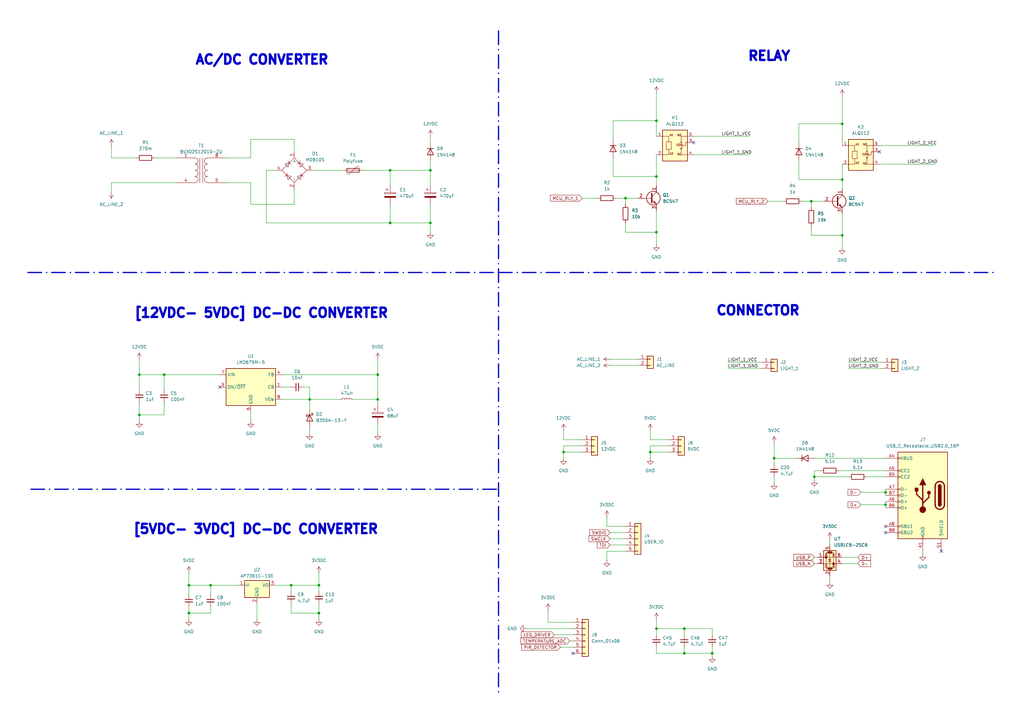
<source format=kicad_sch>
(kicad_sch (version 20250114) (generator "eeschema") (generator_version "9.0")
  (paper "A3")
  (title_block (title "Power Management") (date "2025-03-14") (comment 3 "Yusuf Karabocek") (comment 4 "Designed By"))
  (lib_symbols
    (symbol "ALQ112:ALQ112" (pin_names (offset 1.016))
      (property "Reference" "K" (at -5.08 5.842 0))
      (property "Value" "ALQ112" (at -5.08 -10.16 0))
      (symbol "ALQ112_0_0"
        (text "A1" (at -2.286 2.54 0) (effects (font (size 0.8128 0.8128)) (justify left bottom)))
        (text "A2" (at -2.286 -5.08 0) (effects (font (size 0.8128 0.8128)) (justify left bottom)))
        (text "COM" (at 0.508 -1.524 0) (effects (font (size 0.8128 0.8128)) (justify left bottom)))
        (text "NO" (at 0.762 2.54 0) (effects (font (size 0.8128 0.8128)) (justify left bottom)))
        (text "NC" (at 0.762 -5.334 0) (effects (font (size 0.8128 0.8128)) (justify left bottom)))
        (pin passive line (at -7.62 2.54 0) (length 2.54) (name "~") (number "1"))
        (pin passive line (at -7.62 -5.08 0) (length 2.54) (name "~") (number "2"))
        (pin passive line (at 7.62 2.54 180) (length 2.54) (name "~") (number "5"))
        (pin passive line (at 7.62 0 180) (length 2.54) (name "~") (number "3"))
        (pin passive line (at 7.62 -5.08 180) (length 2.54) (name "~") (number "4"))
      )
    )
    (symbol "Connector:USB_C_Receptacle_USB2.0_16P" (pin_names (offset 1.016))
      (property "Reference" "J" (at 0 22.225 0))
      (property "Value" "USB_C_Receptacle_USB2.0_16P" (at 0 19.685 0))
      (symbol "USB_C_Receptacle_USB2.0_16P_1_1"
        (pin passive line (at -7.62 -22.86 90) (length 5.08) (name "SHIELD") (number "S1"))
        (pin passive line (at 0 -22.86 90) (length 5.08) (name "GND") (number "A1"))
        (pin passive line (at 0 -22.86 90) (length 5.08) (hide yes) (name "GND") (number "A12"))
        (pin passive line (at 0 -22.86 90) (length 5.08) (hide yes) (name "GND") (number "B1"))
        (pin passive line (at 0 -22.86 90) (length 5.08) (hide yes) (name "GND") (number "B12"))
        (pin passive line (at 15.24 15.24 180) (length 5.08) (name "VBUS") (number "A4"))
        (pin passive line (at 15.24 15.24 180) (length 5.08) (hide yes) (name "VBUS") (number "A9"))
        (pin passive line (at 15.24 15.24 180) (length 5.08) (hide yes) (name "VBUS") (number "B4"))
        (pin passive line (at 15.24 15.24 180) (length 5.08) (hide yes) (name "VBUS") (number "B9"))
        (pin bidirectional line (at 15.24 10.16 180) (length 5.08) (name "CC1") (number "A5"))
        (pin bidirectional line (at 15.24 7.62 180) (length 5.08) (name "CC2") (number "B5"))
        (pin bidirectional line (at 15.24 2.54 180) (length 5.08) (name "D-") (number "A7"))
        (pin bidirectional line (at 15.24 0 180) (length 5.08) (name "D-") (number "B7"))
        (pin bidirectional line (at 15.24 -2.54 180) (length 5.08) (name "D+") (number "A6"))
        (pin bidirectional line (at 15.24 -5.08 180) (length 5.08) (name "D+") (number "B6"))
        (pin bidirectional line (at 15.24 -12.7 180) (length 5.08) (name "SBU1") (number "A8"))
        (pin bidirectional line (at 15.24 -15.24 180) (length 5.08) (name "SBU2") (number "B8"))
      )
    )
    (symbol "Connector_Generic:Conn_01x02" (pin_names (offset 1.016) (hide yes))
      (property "Reference" "J" (at 0 2.54 0))
      (property "Value" "Conn_01x02" (at 0 -5.08 0))
      (symbol "Conn_01x02_1_1"
        (pin passive line (at -5.08 0 0) (length 3.81) (name "Pin_1") (number "1"))
        (pin passive line (at -5.08 -2.54 0) (length 3.81) (name "Pin_2") (number "2"))
      )
    )
    (symbol "Connector_Generic:Conn_01x03" (pin_names (offset 1.016) (hide yes))
      (property "Reference" "J" (at 0 5.08 0))
      (property "Value" "Conn_01x03" (at 0 -5.08 0))
      (symbol "Conn_01x03_1_1"
        (pin passive line (at -5.08 2.54 0) (length 3.81) (name "Pin_1") (number "1"))
        (pin passive line (at -5.08 0 0) (length 3.81) (name "Pin_2") (number "2"))
        (pin passive line (at -5.08 -2.54 0) (length 3.81) (name "Pin_3") (number "3"))
      )
    )
    (symbol "Connector_Generic:Conn_01x05" (pin_names (offset 1.016) (hide yes))
      (property "Reference" "J" (at 0 7.62 0))
      (property "Value" "Conn_01x05" (at 0 -7.62 0))
      (symbol "Conn_01x05_1_1"
        (pin passive line (at -5.08 5.08 0) (length 3.81) (name "Pin_1") (number "1"))
        (pin passive line (at -5.08 2.54 0) (length 3.81) (name "Pin_2") (number "2"))
        (pin passive line (at -5.08 0 0) (length 3.81) (name "Pin_3") (number "3"))
        (pin passive line (at -5.08 -2.54 0) (length 3.81) (name "Pin_4") (number "4"))
        (pin passive line (at -5.08 -5.08 0) (length 3.81) (name "Pin_5") (number "5"))
      )
    )
    (symbol "Connector_Generic:Conn_01x06" (pin_names (offset 1.016) (hide yes))
      (property "Reference" "J" (at 0 7.62 0))
      (property "Value" "Conn_01x06" (at 0 -10.16 0))
      (symbol "Conn_01x06_1_1"
        (pin passive line (at -5.08 5.08 0) (length 3.81) (name "Pin_1") (number "1"))
        (pin passive line (at -5.08 2.54 0) (length 3.81) (name "Pin_2") (number "2"))
        (pin passive line (at -5.08 0 0) (length 3.81) (name "Pin_3") (number "3"))
        (pin passive line (at -5.08 -2.54 0) (length 3.81) (name "Pin_4") (number "4"))
        (pin passive line (at -5.08 -5.08 0) (length 3.81) (name "Pin_5") (number "5"))
        (pin passive line (at -5.08 -7.62 0) (length 3.81) (name "Pin_6") (number "6"))
      )
    )
    (symbol "Device:C_Polarized" (pin_numbers (hide yes)) (pin_names (offset 0.254))
      (property "Reference" "C" (at 0.635 2.54 0))
      (property "Value" "C_Polarized" (at 0.635 -2.54 0))
      (symbol "C_Polarized_1_1"
        (pin passive line (at 0 3.81 270) (length 2.794) (name "~") (number "1"))
        (pin passive line (at 0 -3.81 90) (length 2.794) (name "~") (number "2"))
      )
    )
    (symbol "Device:C_Small" (pin_numbers (hide yes)) (pin_names (offset 0.254) (hide yes))
      (property "Reference" "C" (at 0.254 1.778 0))
      (property "Value" "C_Small" (at 0.254 -2.032 0))
      (symbol "C_Small_1_1"
        (pin passive line (at 0 2.54 270) (length 2.032) (name "~") (number "1"))
        (pin passive line (at 0 -2.54 90) (length 2.032) (name "~") (number "2"))
      )
    )
    (symbol "Device:D_Schottky" (pin_numbers (hide yes)) (pin_names (offset 1.016) (hide yes))
      (property "Reference" "D" (at 0 2.54 0))
      (property "Value" "D_Schottky" (at 0 -2.54 0))
      (symbol "D_Schottky_1_1"
        (pin passive line (at -3.81 0 0) (length 2.54) (name "K") (number "1"))
        (pin passive line (at 3.81 0 180) (length 2.54) (name "A") (number "2"))
      )
    )
    (symbol "Device:L_Small" (pin_numbers (hide yes)) (pin_names (offset 0.254) (hide yes))
      (property "Reference" "L" (at 0.762 1.016 0))
      (property "Value" "L_Small" (at 0.762 -1.016 0))
      (symbol "L_Small_1_1"
        (pin passive line (at 0 2.54 270) (length 0.508) (name "~") (number "1"))
        (pin passive line (at 0 -2.54 90) (length 0.508) (name "~") (number "2"))
      )
    )
    (symbol "Device:Polyfuse" (pin_numbers (hide yes)) (pin_names (offset 0))
      (property "Reference" "F" (at -2.54 0 90))
      (property "Value" "Polyfuse" (at 2.54 0 90))
      (symbol "Polyfuse_1_1"
        (pin passive line (at 0 3.81 270) (length 1.27) (name "~") (number "1"))
        (pin passive line (at 0 -3.81 90) (length 1.27) (name "~") (number "2"))
      )
    )
    (symbol "Device:R" (pin_numbers (hide yes)) (pin_names (offset 0))
      (property "Reference" "R" (at 2.032 0 90))
      (property "Value" "R" (at 0 0 90))
      (symbol "R_1_1"
        (pin passive line (at 0 3.81 270) (length 1.27) (name "~") (number "1"))
        (pin passive line (at 0 -3.81 90) (length 1.27) (name "~") (number "2"))
      )
    )
    (symbol "Device:Transformer_1P_1S" (pin_names (offset 1.016) (hide yes))
      (property "Reference" "T1" (at 0.0127 10.16 0))
      (property "Value" "BV302S12010-ZU" (at 0.0127 7.62 0))
      (symbol "Transformer_1P_1S_1_1"
        (pin passive line (at -10.16 5.08 0) (length 7.62) (name "AA") (number "1"))
        (pin passive line (at -10.16 -5.08 0) (length 7.62) (name "AB") (number "4"))
        (pin passive line (at 10.16 5.08 180) (length 7.62) (name "SB") (number "8"))
        (pin passive line (at 10.16 -5.08 180) (length 7.62) (name "SA") (number "5"))
      )
    )
    (symbol "Diode:1N4148" (pin_numbers (hide yes)) (pin_names (hide yes))
      (property "Reference" "D" (at 0 2.54 0))
      (property "Value" "1N4148" (at 0 -2.54 0))
      (symbol "1N4148_1_1"
        (pin passive line (at -3.81 0 0) (length 2.54) (name "K") (number "1"))
        (pin passive line (at 3.81 0 180) (length 2.54) (name "A") (number "2"))
      )
    )
    (symbol "Diode_Bridge:MDB10S"
      (property "Reference" "D" (at 3.81 6.35 0))
      (property "Value" "MDB10S" (at 6.35 3.81 0))
      (symbol "MDB10S_1_1"
        (pin passive line (at -7.62 0 0) (length 2.54) (name "-") (number "2"))
        (pin passive line (at 0 7.62 270) (length 2.54) (name "~") (number "4"))
        (pin passive line (at 0 -7.62 90) (length 2.54) (name "~") (number "3"))
        (pin passive line (at 7.62 0 180) (length 2.54) (name "+") (number "1"))
      )
    )
    (symbol "Power_Protection:USBLC6-2SC6" (pin_names (hide yes))
      (property "Reference" "U" (at 0.635 5.715 0))
      (property "Value" "USBLC6-2SC6" (at 0.635 3.81 0))
      (symbol "USBLC6-2SC6_1_1"
        (pin passive line (at -5.08 0 0) (length 2.54) (name "I/O1") (number "1"))
        (pin passive line (at -5.08 -2.54 0) (length 2.54) (name "I/O2") (number "3"))
        (pin passive line (at 0 5.08 270) (length 2.54) (name "VBUS") (number "5"))
        (pin passive line (at 0 -7.62 90) (length 2.54) (name "GND") (number "2"))
        (pin passive line (at 5.08 0 180) (length 2.54) (name "I/O1") (number "6"))
        (pin passive line (at 5.08 -2.54 180) (length 2.54) (name "I/O2") (number "4"))
      )
    )
    (symbol "Regulator_Linear:AP7361C-10E" (pin_names (offset 0.254))
      (property "Reference" "U" (at -3.81 3.175 0))
      (property "Value" "AP7361C-10E" (at 0 3.175 0))
      (symbol "AP7361C-10E_1_1"
        (pin power_in line (at -7.62 0 0) (length 2.54) (name "VI") (number "1"))
        (pin power_in line (at 0 -7.62 90) (length 2.54) (name "GND") (number "2"))
        (pin power_out line (at 7.62 0 180) (length 2.54) (name "VO") (number "3"))
      )
    )
    (symbol "Regulator_Switching:LM2675M-5"
      (property "Reference" "U" (at -10.16 8.89 0))
      (property "Value" "LM2675M-5" (at 0 8.89 0))
      (symbol "LM2675M-5_1_1"
        (pin power_in line (at -12.7 5.08 0) (length 2.54) (name "VIN") (number "7"))
        (pin input line (at -12.7 0 0) (length 2.54) (name "ON/~{OFF}") (number "5"))
        (pin no_connect line (at -10.16 -2.54 0) (length 2.54) (hide yes) (name "NC") (number "2"))
        (pin no_connect line (at -10.16 -5.08 0) (length 2.54) (hide yes) (name "NC") (number "3"))
        (pin power_in line (at 0 -10.16 90) (length 2.54) (name "GND") (number "6"))
        (pin input line (at 12.7 5.08 180) (length 2.54) (name "FB") (number "4"))
        (pin input line (at 12.7 0 180) (length 2.54) (name "CB") (number "1"))
        (pin output line (at 12.7 -5.08 180) (length 2.54) (name "VSW") (number "8"))
      )
    )
    (symbol "Transistor_BJT:BC547" (pin_names (offset 0) (hide yes))
      (property "Reference" "Q" (at 5.08 1.905 0))
      (property "Value" "BC547" (at 5.08 0 0))
      (symbol "BC547_1_1"
        (pin input line (at -5.08 0 0) (length 2.54) (name "B") (number "2"))
        (pin passive line (at 2.54 5.08 270) (length 2.54) (name "C") (number "1"))
        (pin passive line (at 2.54 -5.08 90) (length 2.54) (name "E") (number "3"))
      )
    )
    (symbol "power:GND" (power) (pin_numbers (hide yes)) (pin_names (offset 0) (hide yes))
      (property "Value" "GND" (at 0 -3.81 0))
      (symbol "GND_1_1"
        (pin power_in line (at 0 0 270) (length 0) (name "~") (number "1"))
      )
    )
    (symbol "power:VCC" (power) (pin_numbers (hide yes)) (pin_names (offset 0) (hide yes))
      (property "Value" "VCC" (at 0 3.556 0))
      (symbol "VCC_1_1"
        (pin power_in line (at 0 0 90) (length 0) (name "~") (number "1"))
      )
    )
  )
  (text "[5VDC- 3VDC] DC-DC CONVERTER\n" (at 104.902 217.17 0) (effects (font (size 3.81 3.81) (thickness 1.016) (bold yes))))
  (text "[12VDC- 5VDC] DC-DC CONVERTER\n" (at 107.188 128.524 0) (effects (font (size 3.81 3.81) (thickness 1.016) (bold yes))))
  (text "AC/DC CONVERTER" (at 107.442 24.638 0) (effects (font (size 3.81 3.81) (thickness 1.016) (bold yes))))
  (text "RELAY\n" (at 315.468 23.114 0) (effects (font (size 3.81 3.81) (thickness 1.016) (bold yes))))
  (text "CONNECTOR\n" (at 310.896 127.508 0) (effects (font (size 3.81 3.81) (thickness 1.016) (bold yes))))
  (junction (at 67.31 153.67))
  (junction (at 317.5 187.96))
  (junction (at 269.24 72.39))
  (junction (at 332.74 82.55))
  (junction (at 127 163.83))
  (junction (at 154.94 163.83))
  (junction (at 130.81 251.46))
  (junction (at 130.81 240.03))
  (junction (at 334.01 195.58))
  (junction (at 345.44 50.8))
  (junction (at 269.24 49.53))
  (junction (at 160.02 69.85))
  (junction (at 345.44 73.66))
  (junction (at 280.67 267.97))
  (junction (at 292.1 267.97))
  (junction (at 57.15 153.67))
  (junction (at 86.36 240.03))
  (junction (at 363.22 207.01))
  (junction (at 280.67 257.81))
  (junction (at 57.15 170.18))
  (junction (at 256.54 81.28))
  (junction (at 176.53 69.85))
  (junction (at 363.22 201.93))
  (junction (at 266.7 185.42))
  (junction (at 77.47 240.03))
  (junction (at 345.44 96.52))
  (junction (at 119.38 240.03))
  (junction (at 176.53 91.44))
  (junction (at 160.02 91.44))
  (junction (at 269.24 95.25))
  (junction (at 269.24 257.81))
  (junction (at 77.47 251.46))
  (junction (at 154.94 153.67))
  (junction (at 231.14 185.42))
  (no_connect (at 284.48 58.42))
  (no_connect (at 363.22 215.9))
  (no_connect (at 360.68 62.23))
  (no_connect (at 363.22 218.44))
  (no_connect (at 234.95 267.97))
  (no_connect (at 386.08 226.06))
  (no_connect (at 90.17 158.75))
  (wire (pts (xy 251.46 72.39) (xy 269.24 72.39)))
  (wire (pts (xy 77.47 254) (xy 77.47 251.46)))
  (wire (pts (xy 102.87 74.93) (xy 102.87 83.82)))
  (wire (pts (xy 86.36 240.03) (xy 97.79 240.03)))
  (polyline (pts (xy 204.47 111.76) (xy 407.67 111.76)) (stroke (width 0.508) (type dash_dot)))
  (wire (pts (xy 317.5 187.96) (xy 326.39 187.96)))
  (wire (pts (xy 334.01 231.14) (xy 335.28 231.14)))
  (wire (pts (xy 124.46 158.75) (xy 127 158.75)))
  (wire (pts (xy 332.74 85.09) (xy 332.74 82.55)))
  (wire (pts (xy 67.31 153.67) (xy 57.15 153.67)))
  (wire (pts (xy 269.24 257.81) (xy 269.24 260.35)))
  (wire (pts (xy 351.79 231.14) (xy 345.44 231.14)))
  (wire (pts (xy 334.01 228.6) (xy 335.28 228.6)))
  (wire (pts (xy 86.36 251.46) (xy 77.47 251.46)))
  (wire (pts (xy 176.53 76.2) (xy 176.53 69.85)))
  (wire (pts (xy 292.1 267.97) (xy 292.1 265.43)))
  (wire (pts (xy 102.87 83.82) (xy 120.65 83.82)))
  (wire (pts (xy 269.24 86.36) (xy 269.24 95.25)))
  (wire (pts (xy 160.02 69.85) (xy 160.02 76.2)))
  (wire (pts (xy 280.67 260.35) (xy 280.67 257.81)))
  (wire (pts (xy 154.94 163.83) (xy 144.78 163.83)))
  (wire (pts (xy 347.98 151.13) (xy 361.95 151.13)))
  (wire (pts (xy 102.87 168.91) (xy 102.87 172.72)))
  (wire (pts (xy 154.94 173.99) (xy 154.94 177.8)))
  (wire (pts (xy 113.03 240.03) (xy 119.38 240.03)))
  (wire (pts (xy 336.55 193.04) (xy 334.01 193.04)))
  (wire (pts (xy 250.19 220.98) (xy 256.54 220.98)))
  (wire (pts (xy 363.22 200.66) (xy 363.22 201.93)))
  (wire (pts (xy 355.6 195.58) (xy 363.22 195.58)))
  (wire (pts (xy 86.36 248.92) (xy 86.36 251.46)))
  (wire (pts (xy 119.38 240.03) (xy 119.38 242.57)))
  (wire (pts (xy 256.54 226.06) (xy 248.92 226.06)))
  (wire (pts (xy 233.68 262.89) (xy 234.95 262.89)))
  (wire (pts (xy 251.46 64.77) (xy 251.46 72.39)))
  (wire (pts (xy 45.72 74.93) (xy 45.72 78.74)))
  (wire (pts (xy 130.81 234.95) (xy 130.81 240.03)))
  (wire (pts (xy 266.7 185.42) (xy 274.32 185.42)))
  (wire (pts (xy 269.24 95.25) (xy 269.24 100.33)))
  (wire (pts (xy 109.22 69.85) (xy 109.22 91.44)))
  (wire (pts (xy 266.7 182.88) (xy 266.7 185.42)))
  (wire (pts (xy 269.24 63.5) (xy 269.24 72.39)))
  (wire (pts (xy 344.17 193.04) (xy 363.22 193.04)))
  (wire (pts (xy 256.54 83.82) (xy 256.54 81.28)))
  (wire (pts (xy 251.46 49.53) (xy 269.24 49.53)))
  (wire (pts (xy 292.1 269.24) (xy 292.1 267.97)))
  (wire (pts (xy 119.38 251.46) (xy 130.81 251.46)))
  (wire (pts (xy 92.71 64.77) (xy 102.87 64.77)))
  (wire (pts (xy 90.17 153.67) (xy 67.31 153.67)))
  (wire (pts (xy 327.66 58.42) (xy 327.66 50.8)))
  (wire (pts (xy 256.54 81.28) (xy 261.62 81.28)))
  (wire (pts (xy 154.94 153.67) (xy 154.94 163.83)))
  (wire (pts (xy 345.44 50.8) (xy 345.44 59.69)))
  (wire (pts (xy 378.46 227.33) (xy 378.46 226.06)))
  (wire (pts (xy 280.67 257.81) (xy 269.24 257.81)))
  (wire (pts (xy 227.33 260.35) (xy 234.95 260.35)))
  (wire (pts (xy 77.47 240.03) (xy 86.36 240.03)))
  (wire (pts (xy 363.22 207.01) (xy 363.22 208.28)))
  (wire (pts (xy 269.24 49.53) (xy 269.24 55.88)))
  (wire (pts (xy 351.79 228.6) (xy 345.44 228.6)))
  (wire (pts (xy 67.31 170.18) (xy 57.15 170.18)))
  (wire (pts (xy 327.66 50.8) (xy 345.44 50.8)))
  (wire (pts (xy 72.39 74.93) (xy 45.72 74.93)))
  (wire (pts (xy 148.59 69.85) (xy 160.02 69.85)))
  (wire (pts (xy 340.36 220.98) (xy 340.36 223.52)))
  (wire (pts (xy 231.14 185.42) (xy 238.76 185.42)))
  (wire (pts (xy 130.81 247.65) (xy 130.81 251.46)))
  (wire (pts (xy 139.7 163.83) (xy 127 163.83)))
  (wire (pts (xy 176.53 95.25) (xy 176.53 91.44)))
  (wire (pts (xy 292.1 257.81) (xy 280.67 257.81)))
  (wire (pts (xy 128.27 69.85) (xy 140.97 69.85)))
  (wire (pts (xy 231.14 185.42) (xy 231.14 187.96)))
  (wire (pts (xy 345.44 96.52) (xy 345.44 101.6)))
  (wire (pts (xy 113.03 69.85) (xy 109.22 69.85)))
  (wire (pts (xy 250.19 147.32) (xy 261.62 147.32)))
  (wire (pts (xy 360.68 67.31) (xy 383.54 67.31)))
  (wire (pts (xy 317.5 181.61) (xy 317.5 187.96)))
  (wire (pts (xy 176.53 55.88) (xy 176.53 58.42)))
  (wire (pts (xy 160.02 91.44) (xy 176.53 91.44)))
  (wire (pts (xy 334.01 193.04) (xy 334.01 195.58)))
  (wire (pts (xy 280.67 265.43) (xy 280.67 267.97)))
  (wire (pts (xy 231.14 182.88) (xy 231.14 185.42)))
  (wire (pts (xy 176.53 83.82) (xy 176.53 91.44)))
  (wire (pts (xy 256.54 215.9) (xy 248.92 215.9)))
  (wire (pts (xy 115.57 153.67) (xy 154.94 153.67)))
  (wire (pts (xy 224.79 250.19) (xy 224.79 255.27)))
  (wire (pts (xy 284.48 55.88) (xy 307.34 55.88)))
  (wire (pts (xy 360.68 59.69) (xy 383.54 59.69)))
  (wire (pts (xy 298.45 151.13) (xy 312.42 151.13)))
  (wire (pts (xy 248.92 226.06) (xy 248.92 229.87)))
  (wire (pts (xy 353.06 201.93) (xy 363.22 201.93)))
  (wire (pts (xy 127 158.75) (xy 127 163.83)))
  (wire (pts (xy 266.7 185.42) (xy 266.7 187.96)))
  (wire (pts (xy 266.7 176.53) (xy 266.7 180.34)))
  (wire (pts (xy 345.44 39.37) (xy 345.44 50.8)))
  (wire (pts (xy 269.24 38.1) (xy 269.24 49.53)))
  (wire (pts (xy 251.46 57.15) (xy 251.46 49.53)))
  (wire (pts (xy 363.22 205.74) (xy 363.22 207.01)))
  (wire (pts (xy 252.73 81.28) (xy 256.54 81.28)))
  (wire (pts (xy 92.71 74.93) (xy 102.87 74.93)))
  (wire (pts (xy 102.87 57.15) (xy 120.65 57.15)))
  (wire (pts (xy 269.24 267.97) (xy 280.67 267.97)))
  (wire (pts (xy 109.22 91.44) (xy 160.02 91.44)))
  (wire (pts (xy 77.47 243.84) (xy 77.47 240.03)))
  (wire (pts (xy 154.94 147.32) (xy 154.94 153.67)))
  (wire (pts (xy 269.24 254) (xy 269.24 257.81)))
  (wire (pts (xy 332.74 96.52) (xy 345.44 96.52)))
  (wire (pts (xy 256.54 95.25) (xy 269.24 95.25)))
  (wire (pts (xy 120.65 83.82) (xy 120.65 77.47)))
  (wire (pts (xy 269.24 265.43) (xy 269.24 267.97)))
  (wire (pts (xy 160.02 83.82) (xy 160.02 91.44)))
  (wire (pts (xy 274.32 182.88) (xy 266.7 182.88)))
  (wire (pts (xy 317.5 198.12) (xy 317.5 195.58)))
  (wire (pts (xy 363.22 201.93) (xy 363.22 203.2)))
  (wire (pts (xy 130.81 240.03) (xy 119.38 240.03)))
  (wire (pts (xy 77.47 251.46) (xy 77.47 248.92)))
  (wire (pts (xy 347.98 148.59) (xy 361.95 148.59)))
  (wire (pts (xy 340.36 238.76) (xy 340.36 236.22)))
  (wire (pts (xy 345.44 87.63) (xy 345.44 96.52)))
  (wire (pts (xy 345.44 77.47) (xy 345.44 73.66)))
  (wire (pts (xy 67.31 153.67) (xy 67.31 160.02)))
  (wire (pts (xy 215.9 257.81) (xy 234.95 257.81)))
  (wire (pts (xy 224.79 255.27) (xy 234.95 255.27)))
  (wire (pts (xy 127 167.64) (xy 127 163.83)))
  (wire (pts (xy 317.5 190.5) (xy 317.5 187.96)))
  (wire (pts (xy 250.19 149.86) (xy 261.62 149.86)))
  (wire (pts (xy 314.96 82.55) (xy 321.31 82.55)))
  (wire (pts (xy 63.5 64.77) (xy 72.39 64.77)))
  (wire (pts (xy 353.06 207.01) (xy 363.22 207.01)))
  (wire (pts (xy 334.01 187.96) (xy 363.22 187.96)))
  (wire (pts (xy 67.31 165.1) (xy 67.31 170.18)))
  (wire (pts (xy 105.41 247.65) (xy 105.41 254)))
  (wire (pts (xy 176.53 66.04) (xy 176.53 69.85)))
  (wire (pts (xy 280.67 267.97) (xy 292.1 267.97)))
  (wire (pts (xy 127 175.26) (xy 127 177.8)))
  (wire (pts (xy 86.36 240.03) (xy 86.36 243.84)))
  (wire (pts (xy 154.94 166.37) (xy 154.94 163.83)))
  (wire (pts (xy 328.93 82.55) (xy 332.74 82.55)))
  (wire (pts (xy 345.44 67.31) (xy 345.44 73.66)))
  (wire (pts (xy 266.7 180.34) (xy 274.32 180.34)))
  (wire (pts (xy 327.66 66.04) (xy 327.66 73.66)))
  (wire (pts (xy 248.92 215.9) (xy 248.92 212.09)))
  (wire (pts (xy 238.76 182.88) (xy 231.14 182.88)))
  (wire (pts (xy 127 163.83) (xy 115.57 163.83)))
  (wire (pts (xy 256.54 91.44) (xy 256.54 95.25)))
  (wire (pts (xy 250.19 218.44) (xy 256.54 218.44)))
  (wire (pts (xy 120.65 57.15) (xy 120.65 62.23)))
  (wire (pts (xy 231.14 176.53) (xy 231.14 180.34)))
  (wire (pts (xy 119.38 247.65) (xy 119.38 251.46)))
  (wire (pts (xy 334.01 195.58) (xy 347.98 195.58)))
  (wire (pts (xy 45.72 64.77) (xy 45.72 59.69)))
  (wire (pts (xy 57.15 170.18) (xy 57.15 172.72)))
  (wire (pts (xy 284.48 63.5) (xy 307.34 63.5)))
  (wire (pts (xy 102.87 64.77) (xy 102.87 57.15)))
  (wire (pts (xy 327.66 73.66) (xy 345.44 73.66)))
  (wire (pts (xy 231.14 180.34) (xy 238.76 180.34)))
  (wire (pts (xy 229.87 265.43) (xy 234.95 265.43)))
  (wire (pts (xy 250.19 223.52) (xy 256.54 223.52)))
  (wire (pts (xy 57.15 165.1) (xy 57.15 170.18)))
  (wire (pts (xy 269.24 76.2) (xy 269.24 72.39)))
  (wire (pts (xy 332.74 82.55) (xy 337.82 82.55)))
  (wire (pts (xy 332.74 92.71) (xy 332.74 96.52)))
  (wire (pts (xy 238.76 81.28) (xy 245.11 81.28)))
  (wire (pts (xy 77.47 234.95) (xy 77.47 240.03)))
  (wire (pts (xy 130.81 251.46) (xy 130.81 254)))
  (polyline (pts (xy 11.43 111.76) (xy 204.47 111.76)) (stroke (width 0.508) (type dash_dot)))
  (wire (pts (xy 130.81 242.57) (xy 130.81 240.03)))
  (wire (pts (xy 57.15 153.67) (xy 57.15 160.02)))
  (wire (pts (xy 115.57 158.75) (xy 119.38 158.75)))
  (wire (pts (xy 176.53 69.85) (xy 160.02 69.85)))
  (wire (pts (xy 334.01 195.58) (xy 334.01 196.85)))
  (polyline (pts (xy 204.47 12.7) (xy 204.47 284.48)) (stroke (width 0.508) (type dash_dot)))
  (wire (pts (xy 57.15 153.67) (xy 57.15 147.32)))
  (wire (pts (xy 292.1 260.35) (xy 292.1 257.81)))
  (wire (pts (xy 298.45 148.59) (xy 312.42 148.59)))
  (polyline (pts (xy 12.7 200.66) (xy 204.47 200.66)) (stroke (width 0.508) (type dash_dot)))
  (wire (pts (xy 55.88 64.77) (xy 45.72 64.77)))
  (label "LIGHT_2_VCC" (at 347.98 148.59 0))
  (label "LIGHT_1_VCC" (at 295.91 55.88 0))
  (label "LIGHT_1_GND" (at 295.91 63.5 0))
  (label "LIGHT_2_VCC" (at 372.11 59.69 0))
  (label "LIGHT_1_GND" (at 298.45 151.13 0))
  (label "LIGHT_1_VCC" (at 298.45 148.59 0))
  (label "LIGHT_2_GND" (at 347.98 151.13 0))
  (label "LIGHT_2_GND" (at 372.11 67.31 0))
  (global_label "SWDIO" (shape input) (at 250.19 218.44 180) (property "Intersheetrefs" "${INTERSHEET_REFS}" (effects (hide yes))))
  (global_label "MCU_RLY_2" (shape input) (at 314.96 82.55 180) (property "Intersheetrefs" "${INTERSHEET_REFS}" (effects (hide yes))))
  (global_label "USB_P" (shape input) (at 334.01 228.6 180) (property "Intersheetrefs" "${INTERSHEET_REFS}" (effects (hide yes))))
  (global_label "D-" (shape input) (at 351.79 231.14 0) (property "Intersheetrefs" "${INTERSHEET_REFS}" (effects (hide yes))))
  (global_label "TDI" (shape input) (at 250.19 223.52 180) (property "Intersheetrefs" "${INTERSHEET_REFS}" (effects (hide yes))))
  (global_label "D-" (shape input) (at 353.06 201.93 180) (property "Intersheetrefs" "${INTERSHEET_REFS}" (effects (hide yes))))
  (global_label "USB_N" (shape input) (at 334.01 231.14 180) (property "Intersheetrefs" "${INTERSHEET_REFS}" (effects (hide yes))))
  (global_label "SWCLK" (shape input) (at 250.19 220.98 180) (property "Intersheetrefs" "${INTERSHEET_REFS}" (effects (hide yes))))
  (global_label "LED_DRIVER" (shape input) (at 227.33 260.35 180) (property "Intersheetrefs" "${INTERSHEET_REFS}" (effects (hide yes))))
  (global_label "TEMPERATURE_ADC" (shape input) (at 233.68 262.89 180) (property "Intersheetrefs" "${INTERSHEET_REFS}" (effects (hide yes))))
  (global_label "MCU_RLY_1" (shape input) (at 238.76 81.28 180) (property "Intersheetrefs" "${INTERSHEET_REFS}" (effects (hide yes))))
  (global_label "D+" (shape input) (at 353.06 207.01 180) (property "Intersheetrefs" "${INTERSHEET_REFS}" (effects (hide yes))))
  (global_label "PIR_DETECTOR" (shape input) (at 229.87 265.43 180) (property "Intersheetrefs" "${INTERSHEET_REFS}" (effects (hide yes))))
  (global_label "D+" (shape input) (at 351.79 228.6 0) (property "Intersheetrefs" "${INTERSHEET_REFS}" (effects (hide yes))))
  (symbol (lib_id "Device:D_Schottky") (at 127 171.45 270) (unit 1)
    (property "Reference" "D2" (at 129.54 169.8624 90) (effects (justify left)))
    (property "Value" "B350A-13-F" (at 129.54 172.4024 90) (effects (justify left)))
    (property "Footprint" "Diode_SMD:D_SMA" (effects (hide yes)))
    (property "Description" "Schottky diode" (effects (hide yes)))
  )
  (symbol (lib_id "Device:R") (at 340.36 193.04 90) (unit 1)
    (property "Reference" "R12" (at 340.36 186.69 90))
    (property "Value" "5.1k" (at 340.36 189.23 90))
    (property "Footprint" "Resistor_SMD:R_0603_1608Metric" (effects (hide yes)))
    (property "Description" "Resistor" (effects (hide yes)))
  )
  (symbol (lib_id "power:VCC") (at 176.53 55.88 0) (unit 1)
    (property "Reference" "#PWR04" (effects (hide yes)))
    (property "Value" "12VDC" (at 176.53 50.8 0))
    (property "Description" "Power symbol creates a global label with name \"VCC\"" (effects (hide yes)))
  )
  (symbol (lib_id "Power_Protection:USBLC6-2SC6") (at 340.36 228.6 0) (unit 1)
    (property "Reference" "U7" (at 342.0111 220.98 0) (effects (justify left)))
    (property "Value" "USBLC6-2SC6" (at 342.0111 223.52 0) (effects (justify left)))
    (property "Footprint" "Package_TO_SOT_SMD:SOT-23-6" (effects (hide yes)))
    (property "Datasheet" "https://www.st.com/resource/en/datasheet/usblc6-2.pdf" (effects (hide yes)))
    (property "Description" "Very low capacitance ESD protection diode, 2 data-line, SOT-23-6" (effects (hide yes)))
  )
  (symbol (lib_id "Connector:USB_C_Receptacle_USB2.0_16P") (at 378.46 203.2 0) (mirror y) (unit 1)
    (property "Reference" "J7" (at 378.46 180.34 0))
    (property "Value" "USB_C_Receptacle_USB2.0_16P" (at 378.46 182.88 0))
    (property "Footprint" "Connector_USB:USB_C_Receptacle_GCT_USB4105-xx-A_16P_TopMnt_Horizontal" (effects (hide yes)))
    (property "Datasheet" "https://www.usb.org/sites/default/files/documents/usb_type-c.zip" (effects (hide yes)))
    (property "Description" "USB 2.0-only 16P Type-C Receptacle connector" (effects (hide yes)))
  )
  (symbol (lib_id "power:VCC") (at 250.19 149.86 90) (unit 1)
    (property "Reference" "#PWR021" (effects (hide yes)))
    (property "Value" "AC_LINE_2" (at 246.38 149.8599 90) (effects (justify left)))
    (property "Description" "Power symbol creates a global label with name \"VCC\"" (effects (hide yes)))
  )
  (symbol (lib_id "power:GND") (at 378.46 227.33 0) (unit 1)
    (property "Reference" "#PWR076" (effects (hide yes)))
    (property "Value" "GND" (at 378.46 232.41 0))
    (property "Description" "Power symbol creates a global label with name \"GND\" , ground" (effects (hide yes)))
  )
  (symbol (lib_id "power:VCC") (at 317.5 181.61 0) (unit 1)
    (property "Reference" "#PWR043" (effects (hide yes)))
    (property "Value" "5VDC" (at 317.5 176.53 0))
    (property "Description" "Power symbol creates a global label with name \"VCC\"" (effects (hide yes)))
  )
  (symbol (lib_id "power:VCC") (at 250.19 147.32 90) (unit 1)
    (property "Reference" "#PWR020" (effects (hide yes)))
    (property "Value" "AC_LINE_1" (at 246.38 147.3199 90) (effects (justify left)))
    (property "Description" "Power symbol creates a global label with name \"VCC\"" (effects (hide yes)))
  )
  (symbol (lib_id "power:GND") (at 102.87 172.72 0) (unit 1)
    (property "Reference" "#PWR07" (effects (hide yes)))
    (property "Value" "GND" (at 102.87 177.8 0))
    (property "Description" "Power symbol creates a global label with name \"GND\" , ground" (effects (hide yes)))
  )
  (symbol (lib_id "power:GND") (at 269.24 100.33 0) (unit 1)
    (property "Reference" "#PWR017" (effects (hide yes)))
    (property "Value" "GND" (at 269.24 105.41 0))
    (property "Description" "Power symbol creates a global label with name \"GND\" , ground" (effects (hide yes)))
  )
  (symbol (lib_id "Device:R") (at 332.74 88.9 180) (unit 1)
    (property "Reference" "R5" (at 335.28 87.6299 0) (effects (justify right)))
    (property "Value" "10k" (at 335.28 90.1699 0) (effects (justify right)))
    (property "Footprint" "Resistor_SMD:R_0603_1608Metric" (effects (hide yes)))
    (property "Description" "Resistor" (effects (hide yes)))
  )
  (symbol (lib_id "power:VCC") (at 248.92 212.09 0) (unit 1)
    (property "Reference" "#PWR081" (effects (hide yes)))
    (property "Value" "3V3DC" (at 248.92 207.01 0))
    (property "Description" "Power symbol creates a global label with name \"VCC\"" (effects (hide yes)))
  )
  (symbol (lib_id "power:GND") (at 334.01 196.85 0) (unit 1)
    (property "Reference" "#PWR045" (effects (hide yes)))
    (property "Value" "GND" (at 334.01 201.93 0))
    (property "Description" "Power symbol creates a global label with name \"GND\" , ground" (effects (hide yes)))
  )
  (symbol (lib_id "Connector_Generic:Conn_01x06") (at 240.03 260.35 0) (unit 1)
    (property "Reference" "J9" (at 242.57 260.3499 0) (effects (justify left)))
    (property "Value" "Conn_01x06" (at 242.57 262.8899 0) (effects (justify left)))
    (property "Footprint" "Connector_JST:JST_GH_SM06B-GHS-TB_1x06-1MP_P1.25mm_Horizontal" (effects (hide yes)))
    (property "Description" "Generic connector, single row, 01x06, script generated (kicad-library-utils/schlib/autogen/connector/)" (effects (hide yes)))
  )
  (symbol (lib_id "power:VCC") (at 269.24 38.1 0) (unit 1)
    (property "Reference" "#PWR016" (effects (hide yes)))
    (property "Value" "12VDC" (at 269.24 33.02 0))
    (property "Description" "Power symbol creates a global label with name \"VCC\"" (effects (hide yes)))
  )
  (symbol (lib_id "ALQ112:ALQ112") (at 353.06 62.23 0) (unit 1)
    (property "Reference" "K2" (at 353.06 52.07 0))
    (property "Value" "ALQ112" (at 353.06 54.61 0))
    (property "Footprint" "ALQ112:RELAY_ALQ112" (effects (hide yes)))
    (property "MF" "Panasonic Electric Works" (effects (hide yes)))
    (property "Description_1" "RELAY GEN PURPOSE SPDT 10A 12V | Panasonic Electronic Components ALQ112" (effects (hide yes)))
    (property "Package" "None" (effects (hide yes)))
    (property "Price" "None" (effects (hide yes)))
    (property "Check_prices" "https://www.snapeda.com/parts/ALQ112/Panasonic/view-part/?ref=eda" (effects (hide yes)))
    (property "STANDARD" "Manufacturer Recommendations" (effects (hide yes)))
    (property "SnapEDA_Link" "https://www.snapeda.com/parts/ALQ112/Panasonic/view-part/?ref=snap" (effects (hide yes)))
    (property "MP" "ALQ112" (effects (hide yes)))
    (property "Availability" "In Stock" (effects (hide yes)))
    (property "MANUFACTURER" "PANASONIC" (effects (hide yes)))
  )
  (symbol (lib_id "power:GND") (at 105.41 254 0) (unit 1)
    (property "Reference" "#PWR013" (effects (hide yes)))
    (property "Value" "GND" (at 105.41 259.08 0))
    (property "Description" "Power symbol creates a global label with name \"GND\" , ground" (effects (hide yes)))
  )
  (symbol (lib_id "Device:C_Small") (at 280.67 262.89 0) (unit 1)
    (property "Reference" "C46" (at 283.21 261.6262 0) (effects (justify left)))
    (property "Value" "4.7uF" (at 283.21 264.1662 0) (effects (justify left)))
    (property "Footprint" "Capacitor_SMD:C_0805_2012Metric" (effects (hide yes)))
    (property "Description" "Unpolarized capacitor, small symbol" (effects (hide yes)))
  )
  (symbol (lib_id "Connector_Generic:Conn_01x02") (at 317.5 148.59 0) (unit 1)
    (property "Reference" "J2" (at 320.04 148.5899 0) (effects (justify left)))
    (property "Value" "LIGHT_1" (at 320.04 151.1299 0) (effects (justify left)))
    (property "Footprint" "Connector_Phoenix_MSTB:PhoenixContact_MSTBA_2,5_2-G_1x02_P5.00mm_Horizontal" (effects (hide yes)))
    (property "Description" "Generic connector, single row, 01x02, script generated (kicad-library-utils/schlib/autogen/connector/)" (effects (hide yes)))
  )
  (symbol (lib_id "Device:Polyfuse") (at 144.78 69.85 90) (unit 1)
    (property "Reference" "F1" (at 144.78 63.5 90))
    (property "Value" "Polyfuse" (at 144.78 66.04 90))
    (property "Footprint" "Fuse:Fuse_1206_3216Metric" (effects (hide yes)))
    (property "Description" "Resettable fuse, polymeric positive temperature coefficient" (effects (hide yes)))
  )
  (symbol (lib_id "power:VCC") (at 154.94 147.32 0) (unit 1)
    (property "Reference" "#PWR010" (effects (hide yes)))
    (property "Value" "5VDC" (at 154.94 142.24 0))
    (property "Description" "Power symbol creates a global label with name \"VCC\"" (effects (hide yes)))
  )
  (symbol (lib_id "power:VCC") (at 340.36 220.98 0) (unit 1)
    (property "Reference" "#PWR056" (effects (hide yes)))
    (property "Value" "3V3DC" (at 340.36 215.9 0))
    (property "Description" "Power symbol creates a global label with name \"VCC\"" (effects (hide yes)))
  )
  (symbol (lib_id "power:GND") (at 231.14 187.96 0) (unit 1)
    (property "Reference" "#PWR023" (effects (hide yes)))
    (property "Value" "GND" (at 231.14 193.04 0))
    (property "Description" "Power symbol creates a global label with name \"GND\" , ground" (effects (hide yes)))
  )
  (symbol (lib_id "Transistor_BJT:BC547") (at 266.7 81.28 0) (unit 1)
    (property "Reference" "Q1" (at 271.78 80.0099 0) (effects (justify left)))
    (property "Value" "BC547" (at 271.78 82.5499 0) (effects (justify left)))
    (property "Footprint" "Package_TO_SOT_THT:TO-92_Inline" (effects (hide yes)))
    (property "Datasheet" "https://www.onsemi.com/pub/Collateral/BC550-D.pdf" (effects (hide yes)))
    (property "Description" "0.1A Ic, 45V Vce, Small Signal NPN Transistor, TO-92" (effects (hide yes)))
  )
  (symbol (lib_id "Transistor_BJT:BC547") (at 342.9 82.55 0) (unit 1)
    (property "Reference" "Q2" (at 347.98 81.2799 0) (effects (justify left)))
    (property "Value" "BC547" (at 347.98 83.8199 0) (effects (justify left)))
    (property "Footprint" "Package_TO_SOT_THT:TO-92_Inline" (effects (hide yes)))
    (property "Datasheet" "https://www.onsemi.com/pub/Collateral/BC550-D.pdf" (effects (hide yes)))
    (property "Description" "0.1A Ic, 45V Vce, Small Signal NPN Transistor, TO-92" (effects (hide yes)))
  )
  (symbol (lib_id "Regulator_Linear:AP7361C-10E") (at 105.41 240.03 0) (unit 1)
    (property "Reference" "U2" (at 105.41 233.68 0))
    (property "Value" "AP7361C-10E" (at 105.41 236.22 0))
    (property "Footprint" "Package_TO_SOT_SMD:SOT-223-3_TabPin2" (effects (hide yes)))
    (property "Datasheet" "https://www.diodes.com/assets/Datasheets/AP7361C.pdf" (effects (hide yes)))
    (property "Description" "1A Low Dropout regulator, positive, 1.0V fixed output, SOT-223" (effects (hide yes)))
  )
  (symbol (lib_id "Device:C_Small") (at 130.81 245.11 0) (unit 1)
    (property "Reference" "C10" (at 133.35 243.8462 0) (effects (justify left)))
    (property "Value" "1uF" (at 133.35 246.3862 0) (effects (justify left)))
    (property "Footprint" "Capacitor_SMD:C_0805_2012Metric" (effects (hide yes)))
    (property "Description" "Unpolarized capacitor, small symbol" (effects (hide yes)))
  )
  (symbol (lib_id "Device:C_Small") (at 77.47 246.38 0) (unit 1)
    (property "Reference" "C7" (at 80.01 245.1162 0) (effects (justify left)))
    (property "Value" "1uF" (at 80.01 247.6562 0) (effects (justify left)))
    (property "Footprint" "Capacitor_SMD:C_0805_2012Metric" (effects (hide yes)))
    (property "Description" "Unpolarized capacitor, small symbol" (effects (hide yes)))
  )
  (symbol (lib_id "Device:L_Small") (at 142.24 163.83 90) (unit 1)
    (property "Reference" "L1" (at 142.24 158.75 90))
    (property "Value" "47uH" (at 142.24 161.29 90))
    (property "Footprint" "Inductor_SMD:L_Chilisin_BMRB00060650" (effects (hide yes)))
    (property "Description" "Inductor, small symbol" (effects (hide yes)))
  )
  (symbol (lib_id "Device:C_Small") (at 119.38 245.11 0) (unit 1)
    (property "Reference" "C9" (at 121.92 243.8462 0) (effects (justify left)))
    (property "Value" "4.7uF" (at 121.92 246.3862 0) (effects (justify left)))
    (property "Footprint" "Capacitor_SMD:C_0805_2012Metric" (effects (hide yes)))
    (property "Description" "Unpolarized capacitor, small symbol" (effects (hide yes)))
  )
  (symbol (lib_id "Diode:1N4148") (at 330.2 187.96 0) (unit 1)
    (property "Reference" "D6" (at 330.2 181.61 0))
    (property "Value" "1N4148" (at 330.2 184.15 0))
    (property "Footprint" "Diode_SMD:D_SMA" (effects (hide yes)))
    (property "Datasheet" "https://assets.nexperia.com/documents/data-sheet/1N4148_1N4448.pdf" (effects (hide yes)))
    (property "Description" "100V 0.15A standard switching diode, DO-35" (effects (hide yes)))
    (property "Sim.Device" "D" (effects (hide yes)))
    (property "Sim.Pins" "1=K 2=A" (effects (hide yes)))
  )
  (symbol (lib_id "Device:C_Small") (at 317.5 193.04 180) (unit 1)
    (property "Reference" "C20" (at 320.04 191.7635 0) (effects (justify right)))
    (property "Value" "4.7uF" (at 320.04 194.3035 0) (effects (justify right)))
    (property "Footprint" "Capacitor_SMD:C_0805_2012Metric" (effects (hide yes)))
    (property "Description" "Unpolarized capacitor, small symbol" (effects (hide yes)))
  )
  (symbol (lib_id "power:GND") (at 57.15 172.72 0) (unit 1)
    (property "Reference" "#PWR06" (effects (hide yes)))
    (property "Value" "GND" (at 57.15 177.8 0))
    (property "Description" "Power symbol creates a global label with name \"GND\" , ground" (effects (hide yes)))
  )
  (symbol (lib_id "Diode_Bridge:MDB10S") (at 120.65 69.85 90) (unit 1)
    (property "Reference" "D1" (at 129.286 62.992 90))
    (property "Value" "MDB10S" (at 129.286 65.532 90))
    (property "Footprint" "Package_DIP:DIP-4_W7.62mm" (effects (hide yes)))
    (property "Datasheet" "https://www.onsemi.com/pub/Collateral/MDB8S-D.PDF" (effects (hide yes)))
    (property "Description" "Single-Phase Bridge Rectifier, 700V Vrms, 1A If, TSSOP-4" (effects (hide yes)))
  )
  (symbol (lib_id "Device:R") (at 325.12 82.55 90) (unit 1)
    (property "Reference" "R4" (at 325.12 76.2 90))
    (property "Value" "1k" (at 325.12 78.74 90))
    (property "Footprint" "Resistor_SMD:R_0603_1608Metric" (effects (hide yes)))
    (property "Description" "Resistor" (effects (hide yes)))
  )
  (symbol (lib_id "Connector_Generic:Conn_01x02") (at 367.03 148.59 0) (unit 1)
    (property "Reference" "J3" (at 369.57 148.5899 0) (effects (justify left)))
    (property "Value" "LIGHT_2" (at 369.57 151.1299 0) (effects (justify left)))
    (property "Footprint" "Connector_Phoenix_MSTB:PhoenixContact_MSTBA_2,5_2-G_1x02_P5.00mm_Horizontal" (effects (hide yes)))
    (property "Description" "Generic connector, single row, 01x02, script generated (kicad-library-utils/schlib/autogen/connector/)" (effects (hide yes)))
  )
  (symbol (lib_id "Device:Transformer_1P_1S") (at 82.55 69.85 0) (unit 1)
    (property "Reference" "T1" (at 82.5627 59.69 0))
    (property "Value" "BV302S12010-ZU" (at 82.5627 62.23 0))
    (property "Footprint" "Transformer_THT:Transformer_Breve_TEZ-22x24" (effects (hide yes)))
    (property "Description" "Transformer, single primary, single secondary" (effects (hide yes)))
  )
  (symbol (lib_id "power:VCC") (at 77.47 234.95 0) (unit 1)
    (property "Reference" "#PWR011" (effects (hide yes)))
    (property "Value" "5VDC" (at 77.47 229.87 0))
    (property "Description" "Power symbol creates a global label with name \"VCC\"" (effects (hide yes)))
  )
  (symbol (lib_id "Connector_Generic:Conn_01x03") (at 279.4 182.88 0) (unit 1)
    (property "Reference" "J6" (at 281.94 181.6099 0) (effects (justify left)))
    (property "Value" "5VDC" (at 281.94 184.1499 0) (effects (justify left)))
    (property "Footprint" "Connector_BarrelJack:BarrelJack_Horizontal" (effects (hide yes)))
    (property "Description" "Generic connector, single row, 01x03, script generated (kicad-library-utils/schlib/autogen/connector/)" (effects (hide yes)))
  )
  (symbol (lib_id "power:GND") (at 127 177.8 0) (unit 1)
    (property "Reference" "#PWR08" (effects (hide yes)))
    (property "Value" "GND" (at 127 182.88 0))
    (property "Description" "Power symbol creates a global label with name \"GND\" , ground" (effects (hide yes)))
  )
  (symbol (lib_id "Device:R") (at 59.69 64.77 90) (unit 1)
    (property "Reference" "R1" (at 59.69 58.42 90))
    (property "Value" "270m" (at 59.69 60.96 90))
    (property "Footprint" "Resistor_THT:R_Axial_Power_L20.0mm_W6.4mm_P22.40mm" (effects (hide yes)))
    (property "Description" "Resistor" (effects (hide yes)))
  )
  (symbol (lib_id "Regulator_Switching:LM2675M-5") (at 102.87 158.75 0) (unit 1)
    (property "Reference" "U1" (at 102.87 146.05 0))
    (property "Value" "LM2675M-5" (at 102.87 148.59 0))
    (property "Footprint" "Package_SO:SOIC-8_3.9x4.9mm_P1.27mm" (effects (hide yes)))
    (property "Datasheet" "http://www.ti.com/lit/ds/symlink/lm2675.pdf" (effects (hide yes)))
    (property "Description" "5V, 1A Step-Down Voltage Regulator, SO-8" (effects (hide yes)))
  )
  (symbol (lib_id "Device:C_Small") (at 269.24 262.89 0) (unit 1)
    (property "Reference" "C45" (at 271.78 261.6262 0) (effects (justify left)))
    (property "Value" "4.7uF" (at 271.78 264.1662 0) (effects (justify left)))
    (property "Footprint" "Capacitor_SMD:C_0805_2012Metric" (effects (hide yes)))
    (property "Description" "Unpolarized capacitor, small symbol" (effects (hide yes)))
  )
  (symbol (lib_id "Device:C_Small") (at 57.15 162.56 0) (unit 1)
    (property "Reference" "C3" (at 59.69 161.2962 0) (effects (justify left)))
    (property "Value" "1uF" (at 59.69 163.8362 0) (effects (justify left)))
    (property "Footprint" "Capacitor_SMD:C_0805_2012Metric" (effects (hide yes)))
    (property "Description" "Unpolarized capacitor, small symbol" (effects (hide yes)))
  )
  (symbol (lib_id "power:GND") (at 266.7 187.96 0) (unit 1)
    (property "Reference" "#PWR025" (effects (hide yes)))
    (property "Value" "GND" (at 266.7 193.04 0))
    (property "Description" "Power symbol creates a global label with name \"GND\" , ground" (effects (hide yes)))
  )
  (symbol (lib_id "Device:C_Small") (at 67.31 162.56 0) (unit 1)
    (property "Reference" "C5" (at 69.85 161.2962 0) (effects (justify left)))
    (property "Value" "100nF" (at 69.85 163.8362 0) (effects (justify left)))
    (property "Footprint" "Capacitor_SMD:C_0603_1608Metric" (effects (hide yes)))
    (property "Description" "Unpolarized capacitor, small symbol" (effects (hide yes)))
  )
  (symbol (lib_id "Device:C_Small") (at 121.92 158.75 90) (unit 1)
    (property "Reference" "C6" (at 121.9263 152.4 90))
    (property "Value" "10nF" (at 121.9263 154.94 90))
    (property "Footprint" "Capacitor_SMD:C_0603_1608Metric" (effects (hide yes)))
    (property "Description" "Unpolarized capacitor, small symbol" (effects (hide yes)))
  )
  (symbol (lib_id "power:VCC") (at 231.14 176.53 0) (unit 1)
    (property "Reference" "#PWR022" (effects (hide yes)))
    (property "Value" "12VDC" (at 231.14 171.45 0))
    (property "Description" "Power symbol creates a global label with name \"VCC\"" (effects (hide yes)))
  )
  (symbol (lib_id "Device:R") (at 248.92 81.28 90) (unit 1)
    (property "Reference" "R2" (at 248.92 74.93 90))
    (property "Value" "1k" (at 248.92 77.47 90))
    (property "Footprint" "Resistor_SMD:R_0603_1608Metric" (effects (hide yes)))
    (property "Description" "Resistor" (effects (hide yes)))
  )
  (symbol (lib_id "power:GND") (at 130.81 254 0) (unit 1)
    (property "Reference" "#PWR014" (effects (hide yes)))
    (property "Value" "GND" (at 130.81 259.08 0))
    (property "Description" "Power symbol creates a global label with name \"GND\" , ground" (effects (hide yes)))
  )
  (symbol (lib_id "Device:R") (at 256.54 87.63 180) (unit 1)
    (property "Reference" "R3" (at 259.08 86.3599 0) (effects (justify right)))
    (property "Value" "10k" (at 259.08 88.8999 0) (effects (justify right)))
    (property "Footprint" "Resistor_SMD:R_0603_1608Metric" (effects (hide yes)))
    (property "Description" "Resistor" (effects (hide yes)))
  )
  (symbol (lib_id "power:VCC") (at 269.24 254 0) (unit 1)
    (property "Reference" "#PWR079" (effects (hide yes)))
    (property "Value" "3V3DC" (at 269.24 248.92 0))
    (property "Description" "Power symbol creates a global label with name \"VCC\"" (effects (hide yes)))
  )
  (symbol (lib_id "power:GND") (at 154.94 177.8 0) (unit 1)
    (property "Reference" "#PWR09" (effects (hide yes)))
    (property "Value" "GND" (at 154.94 182.88 0))
    (property "Description" "Power symbol creates a global label with name \"GND\" , ground" (effects (hide yes)))
  )
  (symbol (lib_id "Diode:1N4148") (at 176.53 62.23 270) (unit 1)
    (property "Reference" "D9" (at 179.07 60.9599 90) (effects (justify left)))
    (property "Value" "1N4148" (at 179.07 63.4999 90) (effects (justify left)))
    (property "Footprint" "Diode_SMD:D_SMA" (effects (hide yes)))
    (property "Datasheet" "https://assets.nexperia.com/documents/data-sheet/1N4148_1N4448.pdf" (effects (hide yes)))
    (property "Description" "100V 0.15A standard switching diode, DO-35" (effects (hide yes)))
    (property "Sim.Device" "D" (effects (hide yes)))
    (property "Sim.Pins" "1=K 2=A" (effects (hide yes)))
  )
  (symbol (lib_id "Connector_Generic:Conn_01x02") (at 266.7 147.32 0) (unit 1)
    (property "Reference" "J1" (at 269.24 147.3199 0) (effects (justify left)))
    (property "Value" "AC_LINE" (at 269.24 149.8599 0) (effects (justify left)))
    (property "Footprint" "Connector_Phoenix_MSTB:PhoenixContact_MSTBA_2,5_2-G_1x02_P5.00mm_Horizontal" (effects (hide yes)))
    (property "Description" "Generic connector, single row, 01x02, script generated (kicad-library-utils/schlib/autogen/connector/)" (effects (hide yes)))
  )
  (symbol (lib_id "Connector_Generic:Conn_01x05") (at 261.62 220.98 0) (unit 1)
    (property "Reference" "J4" (at 264.16 219.7099 0) (effects (justify left)))
    (property "Value" "USER_IO" (at 264.16 222.2499 0) (effects (justify left)))
    (property "Footprint" "Connector_PinSocket_2.54mm:PinSocket_1x05_P2.54mm_Horizontal" (effects (hide yes)))
    (property "Description" "Generic connector, single row, 01x05, script generated (kicad-library-utils/schlib/autogen/connector/)" (effects (hide yes)))
  )
  (symbol (lib_id "Diode:1N4148") (at 251.46 60.96 270) (unit 1)
    (property "Reference" "D3" (at 254 59.6899 90) (effects (justify left)))
    (property "Value" "1N4148" (at 254 62.2299 90) (effects (justify left)))
    (property "Footprint" "Diode_SMD:D_SMA" (effects (hide yes)))
    (property "Datasheet" "https://assets.nexperia.com/documents/data-sheet/1N4148_1N4448.pdf" (effects (hide yes)))
    (property "Description" "100V 0.15A standard switching diode, DO-35" (effects (hide yes)))
    (property "Sim.Device" "D" (effects (hide yes)))
    (property "Sim.Pins" "1=K 2=A" (effects (hide yes)))
  )
  (symbol (lib_id "Device:C_Small") (at 292.1 262.89 180) (unit 1)
    (property "Reference" "C47" (at 294.64 261.6135 0) (effects (justify right)))
    (property "Value" "1uF" (at 294.64 264.1535 0) (effects (justify right)))
    (property "Footprint" "Capacitor_SMD:C_0805_2012Metric" (effects (hide yes)))
    (property "Description" "Unpolarized capacitor, small symbol" (effects (hide yes)))
  )
  (symbol (lib_id "power:VCC") (at 45.72 78.74 180) (unit 1)
    (property "Reference" "#PWR03" (effects (hide yes)))
    (property "Value" "AC_LINE_2" (at 45.72 83.82 0))
    (property "Description" "Power symbol creates a global label with name \"VCC\"" (effects (hide yes)))
  )
  (symbol (lib_id "power:GND") (at 317.5 198.12 0) (unit 1)
    (property "Reference" "#PWR044" (effects (hide yes)))
    (property "Value" "GND" (at 317.5 203.2 0))
    (property "Description" "Power symbol creates a global label with name \"GND\" , ground" (effects (hide yes)))
  )
  (symbol (lib_id "power:GND") (at 176.53 95.25 0) (unit 1)
    (property "Reference" "#PWR01" (effects (hide yes)))
    (property "Value" "GND" (at 176.53 100.33 0))
    (property "Description" "Power symbol creates a global label with name \"GND\" , ground" (effects (hide yes)))
  )
  (symbol (lib_id "Device:C_Polarized") (at 154.94 170.18 0) (unit 1)
    (property "Reference" "C4" (at 158.75 168.0209 0) (effects (justify left)))
    (property "Value" "68uF" (at 158.75 170.5609 0) (effects (justify left)))
    (property "Footprint" "Capacitor_SMD:CP_Elec_6.3x5.8" (effects (hide yes)))
    (property "Description" "Polarized capacitor" (effects (hide yes)))
  )
  (symbol (lib_id "Device:C_Polarized") (at 160.02 80.01 0) (unit 1)
    (property "Reference" "C1" (at 163.83 77.8509 0) (effects (justify left)))
    (property "Value" "470uF" (at 163.83 80.3909 0) (effects (justify left)))
    (property "Footprint" "Capacitor_SMD:CP_Elec_10x10.5" (effects (hide yes)))
    (property "Description" "Polarized capacitor" (effects (hide yes)))
  )
  (symbol (lib_id "Diode:1N4148") (at 327.66 62.23 270) (unit 1)
    (property "Reference" "D4" (at 330.2 60.9599 90) (effects (justify left)))
    (property "Value" "1N4148" (at 330.2 63.4999 90) (effects (justify left)))
    (property "Footprint" "Diode_SMD:D_SMA" (effects (hide yes)))
    (property "Datasheet" "https://assets.nexperia.com/documents/data-sheet/1N4148_1N4448.pdf" (effects (hide yes)))
    (property "Description" "100V 0.15A standard switching diode, DO-35" (effects (hide yes)))
    (property "Sim.Device" "D" (effects (hide yes)))
    (property "Sim.Pins" "1=K 2=A" (effects (hide yes)))
  )
  (symbol (lib_id "power:GND") (at 77.47 254 0) (unit 1)
    (property "Reference" "#PWR012" (effects (hide yes)))
    (property "Value" "GND" (at 77.47 259.08 0))
    (property "Description" "Power symbol creates a global label with name \"GND\" , ground" (effects (hide yes)))
  )
  (symbol (lib_id "power:GND") (at 248.92 229.87 0) (unit 1)
    (property "Reference" "#PWR082" (effects (hide yes)))
    (property "Value" "GND" (at 248.92 234.95 0))
    (property "Description" "Power symbol creates a global label with name \"GND\" , ground" (effects (hide yes)))
  )
  (symbol (lib_id "power:VCC") (at 345.44 39.37 0) (unit 1)
    (property "Reference" "#PWR018" (effects (hide yes)))
    (property "Value" "12VDC" (at 345.44 34.29 0))
    (property "Description" "Power symbol creates a global label with name \"VCC\"" (effects (hide yes)))
  )
  (symbol (lib_id "power:GND") (at 215.9 257.81 270) (unit 1)
    (property "Reference" "#PWR077" (effects (hide yes)))
    (property "Value" "GND" (at 212.09 257.8099 90) (effects (justify right)))
    (property "Description" "Power symbol creates a global label with name \"GND\" , ground" (effects (hide yes)))
  )
  (symbol (lib_id "power:GND") (at 292.1 269.24 0) (unit 1)
    (property "Reference" "#PWR080" (effects (hide yes)))
    (property "Value" "GND" (at 292.1 274.32 0))
    (property "Description" "Power symbol creates a global label with name \"GND\" , ground" (effects (hide yes)))
  )
  (symbol (lib_id "power:VCC") (at 45.72 59.69 0) (unit 1)
    (property "Reference" "#PWR02" (effects (hide yes)))
    (property "Value" "AC_LINE_1" (at 45.72 54.61 0))
    (property "Description" "Power symbol creates a global label with name \"VCC\"" (effects (hide yes)))
  )
  (symbol (lib_id "ALQ112:ALQ112") (at 276.86 58.42 0) (unit 1)
    (property "Reference" "K1" (at 276.86 48.26 0))
    (property "Value" "ALQ112" (at 276.86 50.8 0))
    (property "Footprint" "ALQ112:RELAY_ALQ112" (effects (hide yes)))
    (property "MF" "Panasonic Electric Works" (effects (hide yes)))
    (property "Description_1" "RELAY GEN PURPOSE SPDT 10A 12V | Panasonic Electronic Components ALQ112" (effects (hide yes)))
    (property "Package" "None" (effects (hide yes)))
    (property "Price" "None" (effects (hide yes)))
    (property "Check_prices" "https://www.snapeda.com/parts/ALQ112/Panasonic/view-part/?ref=eda" (effects (hide yes)))
    (property "STANDARD" "Manufacturer Recommendations" (effects (hide yes)))
    (property "SnapEDA_Link" "https://www.snapeda.com/parts/ALQ112/Panasonic/view-part/?ref=snap" (effects (hide yes)))
    (property "MP" "ALQ112" (effects (hide yes)))
    (property "Availability" "In Stock" (effects (hide yes)))
    (property "MANUFACTURER" "PANASONIC" (effects (hide yes)))
  )
  (symbol (lib_id "Device:C_Polarized") (at 176.53 80.01 0) (unit 1)
    (property "Reference" "C2" (at 180.34 77.8509 0) (effects (justify left)))
    (property "Value" "470uF" (at 180.34 80.3909 0) (effects (justify left)))
    (property "Footprint" "Capacitor_SMD:CP_Elec_10x10.5" (effects (hide yes)))
    (property "Description" "Polarized capacitor" (effects (hide yes)))
  )
  (symbol (lib_id "power:GND") (at 340.36 238.76 0) (unit 1)
    (property "Reference" "#PWR055" (effects (hide yes)))
    (property "Value" "GND" (at 340.36 243.84 0))
    (property "Description" "Power symbol creates a global label with name \"GND\" , ground" (effects (hide yes)))
  )
  (symbol (lib_id "Connector_Generic:Conn_01x03") (at 243.84 182.88 0) (unit 1)
    (property "Reference" "J5" (at 246.38 181.6099 0) (effects (justify left)))
    (property "Value" "12VDC" (at 246.38 184.1499 0) (effects (justify left)))
    (property "Footprint" "Connector_BarrelJack:BarrelJack_Horizontal" (effects (hide yes)))
    (property "Description" "Generic connector, single row, 01x03, script generated (kicad-library-utils/schlib/autogen/connector/)" (effects (hide yes)))
  )
  (symbol (lib_id "power:GND") (at 345.44 101.6 0) (unit 1)
    (property "Reference" "#PWR019" (effects (hide yes)))
    (property "Value" "GND" (at 345.44 106.68 0))
    (property "Description" "Power symbol creates a global label with name \"GND\" , ground" (effects (hide yes)))
  )
  (symbol (lib_id "power:VCC") (at 130.81 234.95 0) (unit 1)
    (property "Reference" "#PWR015" (effects (hide yes)))
    (property "Value" "3V3DC" (at 130.81 229.87 0))
    (property "Description" "Power symbol creates a global label with name \"VCC\"" (effects (hide yes)))
  )
  (symbol (lib_id "Device:R") (at 351.79 195.58 90) (unit 1)
    (property "Reference" "R13" (at 351.79 189.23 90))
    (property "Value" "5.1k" (at 351.79 191.77 90))
    (property "Footprint" "Resistor_SMD:R_0603_1608Metric" (effects (hide yes)))
    (property "Description" "Resistor" (effects (hide yes)))
  )
  (symbol (lib_id "power:VCC") (at 266.7 176.53 0) (unit 1)
    (property "Reference" "#PWR024" (effects (hide yes)))
    (property "Value" "5VDC" (at 266.7 171.45 0))
    (property "Description" "Power symbol creates a global label with name \"VCC\"" (effects (hide yes)))
  )
  (symbol (lib_id "power:VCC") (at 57.15 147.32 0) (unit 1)
    (property "Reference" "#PWR05" (effects (hide yes)))
    (property "Value" "12VDC" (at 57.15 142.24 0))
    (property "Description" "Power symbol creates a global label with name \"VCC\"" (effects (hide yes)))
  )
  (symbol (lib_id "Device:C_Small") (at 86.36 246.38 0) (unit 1)
    (property "Reference" "C8" (at 88.9 245.1162 0) (effects (justify left)))
    (property "Value" "100nF" (at 88.9 247.6562 0) (effects (justify left)))
    (property "Footprint" "Capacitor_SMD:C_0603_1608Metric" (effects (hide yes)))
    (property "Description" "Unpolarized capacitor, small symbol" (effects (hide yes)))
  )
  (symbol (lib_id "power:VCC") (at 224.79 250.19 0) (unit 1)
    (property "Reference" "#PWR078" (effects (hide yes)))
    (property "Value" "3V3DC" (at 224.79 245.11 0))
    (property "Description" "Power symbol creates a global label with name \"VCC\"" (effects (hide yes)))
  )
)
</source>
